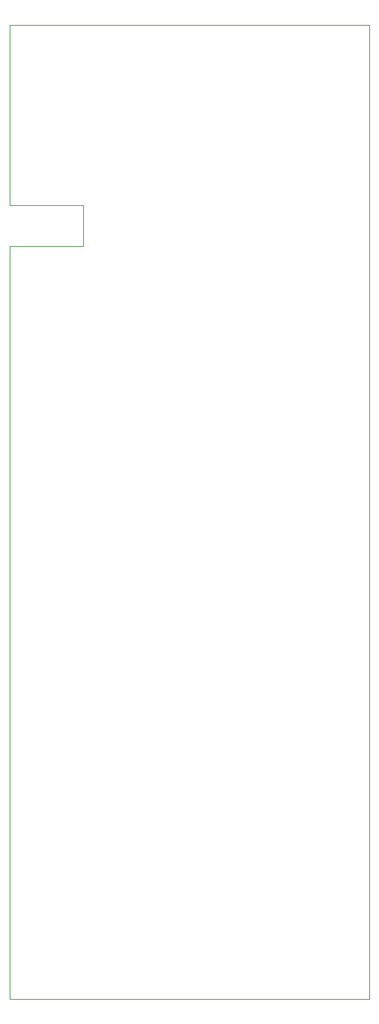
<source format=gm1>
G04 #@! TF.GenerationSoftware,KiCad,Pcbnew,6.0.4-6f826c9f35~116~ubuntu20.04.1*
G04 #@! TF.CreationDate,2022-04-20T21:19:42-04:00*
G04 #@! TF.ProjectId,yash,79617368-2e6b-4696-9361-645f70636258,rev?*
G04 #@! TF.SameCoordinates,Original*
G04 #@! TF.FileFunction,Profile,NP*
%FSLAX46Y46*%
G04 Gerber Fmt 4.6, Leading zero omitted, Abs format (unit mm)*
G04 Created by KiCad (PCBNEW 6.0.4-6f826c9f35~116~ubuntu20.04.1) date 2022-04-20 21:19:42*
%MOMM*%
%LPD*%
G01*
G04 APERTURE LIST*
G04 #@! TA.AperFunction,Profile*
%ADD10C,0.100000*%
G04 #@! TD*
G04 APERTURE END LIST*
D10*
X78000000Y-165000000D02*
X78000000Y-73000000D01*
X122000000Y-165000000D02*
X78000000Y-165000000D01*
X78000000Y-46000000D02*
X122000000Y-46000000D01*
X87000000Y-73000000D02*
X87000000Y-68000000D01*
X78000000Y-68000000D02*
X78000000Y-46000000D01*
X87000000Y-68000000D02*
X78000000Y-68000000D01*
X122000000Y-46000000D02*
X122000000Y-165000000D01*
X78000000Y-73000000D02*
X87000000Y-73000000D01*
M02*

</source>
